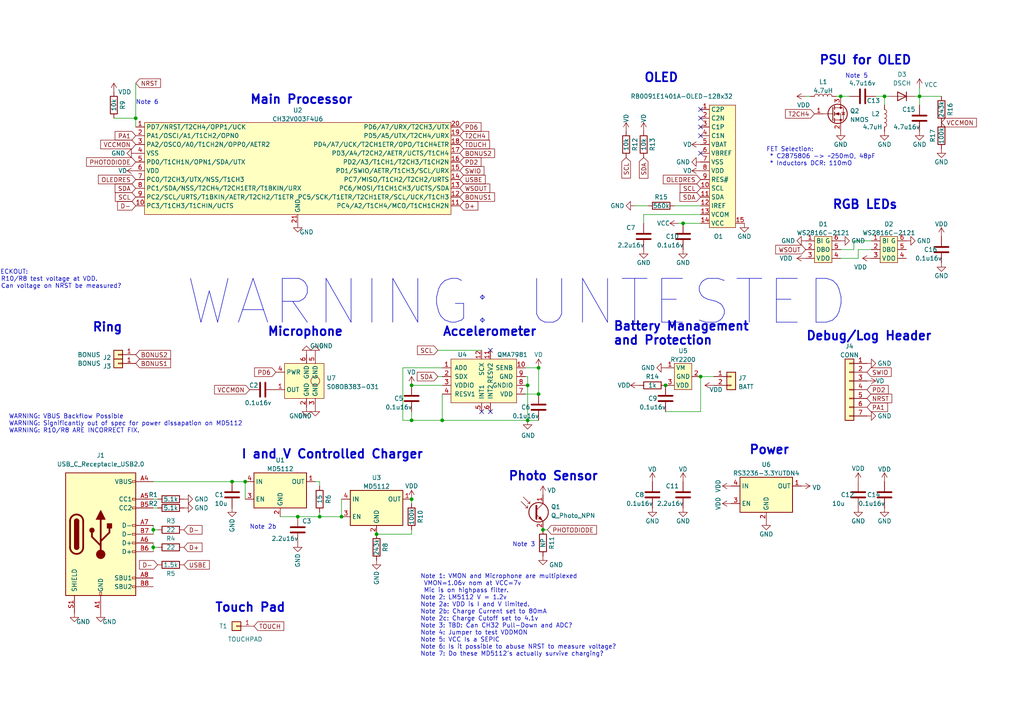
<source format=kicad_sch>
(kicad_sch (version 20211123) (generator eeschema)
  (paper "A4")
  (lib_symbols
    (symbol "CH32V003F4U6:CH32V003F4U6"
      (property "Reference" "U" (at 0 0 0))
      (property "Value" "CH32V003F4U6" (at 0 3.81 0))
      (symbol "CH32V003F4U6_1_1"
        (pin bidirectional line (at -46.99 11.43 0) (length 2.54) (name "PD7/NRST/T2CH4/OPP1/UCK") (number "1"))
        (pin bidirectional line (at -46.99 -11.43 0) (length 2.54) (name "PC3/T1CH3/T1CHIN/UCTS") (number "10"))
        (pin bidirectional line (at 46.99 -11.43 180) (length 2.54) (name "PC4/A2/T1CH4/MCO/T1CH1CH2N") (number "11"))
        (pin bidirectional line (at 46.99 -8.89 180) (length 2.54) (name "PC5/SCK/T1ETR/T2CH1ETR/SCL/UCK/T1CH3") (number "12"))
        (pin bidirectional line (at 46.99 -6.35 180) (length 2.54) (name "PC6/MOSI/T1CH1CH3/UCTS/SDA") (number "13"))
        (pin bidirectional line (at 46.99 -3.81 180) (length 2.54) (name "PC7/MISO/T1CH2/T2CH2/URTS") (number "14"))
        (pin bidirectional line (at 46.99 -1.27 180) (length 2.54) (name "PD1/SWIO/AETR/T1CH3/SCL/URX") (number "15"))
        (pin bidirectional line (at 46.99 1.27 180) (length 2.54) (name "PD2/A3/T1CH1/T2CH3/T1CH2N") (number "16"))
        (pin bidirectional line (at 46.99 3.81 180) (length 2.54) (name "PD3/A4/T2CH2/AETR/UCTS/T1CH4") (number "17"))
        (pin bidirectional line (at 46.99 6.35 180) (length 2.54) (name "PD4/A7/UCK/T2CH1ETR/OPO/T1CH4ETR") (number "18"))
        (pin bidirectional line (at 46.99 8.89 180) (length 2.54) (name "PD5/A5/UTX/T2CH4/URX") (number "19"))
        (pin bidirectional line (at -46.99 8.89 0) (length 2.54) (name "PA1/OSCI/A1/T1CH2/OPN0") (number "2"))
        (pin bidirectional line (at 46.99 11.43 180) (length 2.54) (name "PD6/A7/URX/T2CH3/UTX") (number "20"))
        (pin bidirectional line (at 0 -16.51 90) (length 2.54) (name "GND") (number "21"))
        (pin bidirectional line (at -46.99 6.35 0) (length 2.54) (name "PA2/OSCO/A0/T1CH2N/OPP0/AETR2") (number "3"))
        (pin bidirectional line (at -46.99 3.81 0) (length 2.54) (name "VSS") (number "4"))
        (pin bidirectional line (at -46.99 1.27 0) (length 2.54) (name "PD0/T1CH1N/OPN1/SDA/UTX") (number "5"))
        (pin bidirectional line (at -46.99 -1.27 0) (length 2.54) (name "VDD") (number "6"))
        (pin bidirectional line (at -46.99 -3.81 0) (length 2.54) (name "PC0/T2CH3/UTX/NSS/T1CH3") (number "7"))
        (pin bidirectional line (at -46.99 -6.35 0) (length 2.54) (name "PC1/SDA/NSS/T2CH4/T2CH1ETR/T1BKIN/URX") (number "8"))
        (pin bidirectional line (at -46.99 -8.89 0) (length 2.54) (name "PC2/SCL/URTS/T1BKIN/AETR/T2CH2/T1ETR") (number "9"))
      )
    )
    (symbol "Connector:USB_C_Receptacle_USB2.0" (pin_names (offset 1.016))
      (property "Reference" "J" (at -10.16 19.05 0))
      (property "Value" "USB_C_Receptacle_USB2.0" (at 19.05 19.05 0))
      (symbol "USB_C_Receptacle_USB2.0_1_1"
        (pin passive line (at 0 -22.86 90) (length 5.08) (name "GND") (number "A1"))
        (pin passive line (at 0 -22.86 90) (length 5.08) hide (name "GND") (number "A12"))
        (pin passive line (at 15.24 15.24 180) (length 5.08) (name "VBUS") (number "A4"))
        (pin bidirectional line (at 15.24 10.16 180) (length 5.08) (name "CC1") (number "A5"))
        (pin bidirectional line (at 15.24 -2.54 180) (length 5.08) (name "D+") (number "A6"))
        (pin bidirectional line (at 15.24 2.54 180) (length 5.08) (name "D-") (number "A7"))
        (pin bidirectional line (at 15.24 -12.7 180) (length 5.08) (name "SBU1") (number "A8"))
        (pin passive line (at 15.24 15.24 180) (length 5.08) hide (name "VBUS") (number "A9"))
        (pin passive line (at 0 -22.86 90) (length 5.08) hide (name "GND") (number "B1"))
        (pin passive line (at 0 -22.86 90) (length 5.08) hide (name "GND") (number "B12"))
        (pin passive line (at 15.24 15.24 180) (length 5.08) hide (name "VBUS") (number "B4"))
        (pin bidirectional line (at 15.24 7.62 180) (length 5.08) (name "CC2") (number "B5"))
        (pin bidirectional line (at 15.24 -5.08 180) (length 5.08) (name "D+") (number "B6"))
        (pin bidirectional line (at 15.24 0 180) (length 5.08) (name "D-") (number "B7"))
        (pin bidirectional line (at 15.24 -15.24 180) (length 5.08) (name "SBU2") (number "B8"))
        (pin passive line (at 15.24 15.24 180) (length 5.08) hide (name "VBUS") (number "B9"))
        (pin passive line (at -7.62 -22.86 90) (length 5.08) (name "SHIELD") (number "S1"))
      )
    )
    (symbol "Connector_Generic:Conn_01x01" (pin_names (offset 1.016) hide)
      (property "Reference" "J" (at 0 2.54 0))
      (property "Value" "Conn_01x01" (at 0 -2.54 0))
      (symbol "Conn_01x01_1_1"
        (pin passive line (at -5.08 0 0) (length 3.81) (name "Pin_1") (number "1"))
      )
    )
    (symbol "Connector_Generic:Conn_01x02" (pin_names (offset 1.016) hide)
      (property "Reference" "J" (at 0 2.54 0))
      (property "Value" "Conn_01x02" (at 0 -5.08 0))
      (symbol "Conn_01x02_1_1"
        (pin passive line (at -5.08 0 0) (length 3.81) (name "Pin_1") (number "1"))
        (pin passive line (at -5.08 -2.54 0) (length 3.81) (name "Pin_2") (number "2"))
      )
    )
    (symbol "Connector_Generic:Conn_01x07" (pin_names (offset 1.016) hide)
      (property "Reference" "J" (at 0 10.16 0))
      (property "Value" "Conn_01x07" (at 0 -10.16 0))
      (symbol "Conn_01x07_1_1"
        (pin passive line (at -5.08 7.62 0) (length 3.81) (name "Pin_1") (number "1"))
        (pin passive line (at -5.08 5.08 0) (length 3.81) (name "Pin_2") (number "2"))
        (pin passive line (at -5.08 2.54 0) (length 3.81) (name "Pin_3") (number "3"))
        (pin passive line (at -5.08 0 0) (length 3.81) (name "Pin_4") (number "4"))
        (pin passive line (at -5.08 -2.54 0) (length 3.81) (name "Pin_5") (number "5"))
        (pin passive line (at -5.08 -5.08 0) (length 3.81) (name "Pin_6") (number "6"))
        (pin passive line (at -5.08 -7.62 0) (length 3.81) (name "Pin_7") (number "7"))
      )
    )
    (symbol "Device:C" (pin_numbers hide) (pin_names (offset 0.254))
      (property "Reference" "C" (at 0.635 2.54 0))
      (property "Value" "C" (at 0.635 -2.54 0))
      (symbol "C_1_1"
        (pin passive line (at 0 3.81 270) (length 2.794) (name "~") (number "1"))
        (pin passive line (at 0 -3.81 90) (length 2.794) (name "~") (number "2"))
      )
    )
    (symbol "Device:D" (pin_numbers hide) (pin_names (offset 1.016) hide)
      (property "Reference" "D" (at 0 2.54 0))
      (property "Value" "D" (at 0 -2.54 0))
      (symbol "D_1_1"
        (pin passive line (at -3.81 0 0) (length 2.54) (name "K") (number "1"))
        (pin passive line (at 3.81 0 180) (length 2.54) (name "A") (number "2"))
      )
    )
    (symbol "Device:L" (pin_numbers hide) (pin_names (offset 1.016) hide)
      (property "Reference" "L" (at -1.27 0 90))
      (property "Value" "L" (at 1.905 0 90))
      (symbol "L_1_1"
        (pin passive line (at 0 3.81 270) (length 1.27) (name "1") (number "1"))
        (pin passive line (at 0 -3.81 90) (length 1.27) (name "2") (number "2"))
      )
    )
    (symbol "Device:Q_NMOS_GSD" (pin_names (offset 0) hide)
      (property "Reference" "Q" (at 5.08 1.27 0))
      (property "Value" "Q_NMOS_GSD" (at 5.08 -1.27 0))
      (symbol "Q_NMOS_GSD_1_1"
        (pin input line (at -5.08 0 0) (length 2.54) (name "G") (number "1"))
        (pin passive line (at 2.54 -5.08 90) (length 2.54) (name "S") (number "2"))
        (pin passive line (at 2.54 5.08 270) (length 2.54) (name "D") (number "3"))
      )
    )
    (symbol "Device:Q_Photo_NPN" (pin_names (offset 0) hide)
      (property "Reference" "Q" (at 5.08 1.27 0))
      (property "Value" "Q_Photo_NPN" (at 5.08 -1.27 0))
      (symbol "Q_Photo_NPN_1_1"
        (pin passive line (at 2.54 5.08 270) (length 2.54) (name "C") (number "1"))
        (pin passive line (at 2.54 -5.08 90) (length 2.54) (name "E") (number "2"))
      )
    )
    (symbol "Device:R" (pin_numbers hide) (pin_names (offset 0))
      (property "Reference" "R" (at 2.032 0 90))
      (property "Value" "R" (at 0 0 90))
      (symbol "R_1_1"
        (pin passive line (at 0 3.81 270) (length 1.27) (name "~") (number "1"))
        (pin passive line (at 0 -3.81 90) (length 1.27) (name "~") (number "2"))
      )
    )
    (symbol "GOERTEK-S08OB383-031-MemsMic:S08OB383-031"
      (property "Reference" "U" (at 0 -1.27 0))
      (property "Value" "S08OB383-031" (at 0 -8.89 0))
      (symbol "S08OB383-031_1_1"
        (pin bidirectional line (at -2.54 6.35 270) (length 2.54) (name "OUT") (number "1"))
        (pin bidirectional line (at -7.62 -2.54 0) (length 2.54) (name "GND") (number "2"))
        (pin bidirectional line (at -7.62 -5.08 0) (length 2.54) (name "GND") (number "3"))
        (pin bidirectional line (at 2.54 6.35 270) (length 2.54) (name "PWR") (number "4"))
        (pin bidirectional line (at 7.62 -5.08 180) (length 2.54) (name "GND") (number "5"))
        (pin bidirectional line (at 7.62 -2.54 180) (length 2.54) (name "GND") (number "6"))
      )
    )
    (symbol "RB0091E1401A-OLED-128x32:RB0091E1401A-OLED-128x32"
      (property "Reference" "U" (at -1.27 -21.59 0))
      (property "Value" "RB0091E1401A-OLED-128x32" (at 0 16.51 0))
      (symbol "RB0091E1401A-OLED-128x32_1_1"
        (pin input line (at -6.35 13.97 0) (length 2.54) (name "C2P") (number "1"))
        (pin input line (at -6.35 -8.89 0) (length 2.54) (name "SCL") (number "10"))
        (pin input line (at -6.35 -11.43 0) (length 2.54) (name "SDA") (number "11"))
        (pin input line (at -6.35 -13.97 0) (length 2.54) (name "IREF") (number "12"))
        (pin input line (at -6.35 -16.51 0) (length 2.54) (name "VCOM") (number "13"))
        (pin input line (at -6.35 -19.05 0) (length 2.54) (name "VCC") (number "14"))
        (pin input line (at 6.35 -19.05 180) (length 2.54) (name "~") (number "15"))
        (pin input line (at -6.35 11.43 0) (length 2.54) (name "C2N") (number "2"))
        (pin input line (at -6.35 8.89 0) (length 2.54) (name "C1P") (number "3"))
        (pin input line (at -6.35 6.35 0) (length 2.54) (name "C1N") (number "4"))
        (pin input line (at -6.35 3.81 0) (length 2.54) (name "VBAT") (number "5"))
        (pin input line (at -6.35 1.27 0) (length 2.54) (name "VBREF") (number "6"))
        (pin input line (at -6.35 -1.27 0) (length 2.54) (name "VSS") (number "7"))
        (pin input line (at -6.35 -3.81 0) (length 2.54) (name "VDD") (number "8"))
        (pin input line (at -6.35 -6.35 0) (length 2.54) (name "RES#") (number "9"))
      )
    )
    (symbol "RY2200-BatteryProtection:RY2200-BatteryProtection"
      (property "Reference" "U" (at 0 5.08 0))
      (property "Value" "RY2200-BatteryProtection" (at 0 -5.08 0))
      (symbol "RY2200-BatteryProtection_1_1"
        (pin input line (at -5.08 2.54 0) (length 2.54) (name "VM") (number "1"))
        (pin input line (at 5.08 0 180) (length 2.54) (name "GND") (number "2"))
        (pin input line (at -5.08 -2.54 0) (length 2.54) (name "VDD") (number "3"))
      )
    )
    (symbol "Regulator_Linear:NCP115AMX250TCG"
      (property "Reference" "U" (at 2.54 10.16 0))
      (property "Value" "NCP115AMX250TCG" (at 10.16 7.62 0))
      (symbol "NCP115AMX250TCG_1_1"
        (pin power_out line (at 10.16 2.54 180) (length 2.54) (name "OUT") (number "1"))
        (pin power_in line (at 0 -7.62 90) (length 2.54) (name "GND") (number "2"))
        (pin input line (at -10.16 -2.54 0) (length 2.54) (name "EN") (number "3"))
        (pin power_in line (at -10.16 2.54 0) (length 2.54) (name "IN") (number "4"))
        (pin passive line (at 0 -7.62 90) (length 2.54) hide (name "GND") (number "5"))
      )
    )
    (symbol "Swadge_Parts:GND" (power) (pin_names (offset 0))
      (property "Value" "GND" (at 0 -3.81 0))
      (symbol "GND_1_1"
        (pin power_in line (at 0 0 270) (length 0) hide (name "GND") (number "1"))
      )
    )
    (symbol "Swadge_Parts:QMA7981" (pin_names (offset 1.016))
      (property "Reference" "U" (at 5.08 7.62 0))
      (property "Value" "QMA7981" (at -7.62 7.62 0))
      (symbol "QMA7981_1_1"
        (pin input line (at -12.7 3.81 0) (length 2.54) (name "AD0") (number "1"))
        (pin input line (at 11.43 3.81 180) (length 2.54) (name "SENB") (number "10"))
        (pin input line (at 1.27 8.89 270) (length 2.54) (name "RESV2") (number "11"))
        (pin input line (at -1.27 8.89 270) (length 2.54) (name "SCX") (number "12"))
        (pin input line (at -12.7 1.27 0) (length 2.54) (name "SDX") (number "2"))
        (pin input line (at -12.7 -1.27 0) (length 2.54) (name "VDDIO") (number "3"))
        (pin input line (at -12.7 -3.81 0) (length 2.54) (name "RESV1") (number "4"))
        (pin input line (at -1.27 -8.89 90) (length 2.54) (name "INT1") (number "5"))
        (pin input line (at 1.27 -8.89 90) (length 2.54) (name "INT2") (number "6"))
        (pin input line (at 11.43 -3.81 180) (length 2.54) (name "VDD") (number "7"))
        (pin input line (at 11.43 -1.27 180) (length 2.54) (name "GNDIO") (number "8"))
        (pin input line (at 11.43 1.27 180) (length 2.54) (name "GND") (number "9"))
      )
    )
    (symbol "WS2816C:WS2816C-2121"
      (property "Reference" "D?" (at 0 8.89 0))
      (property "Value" "WS2816C-2121" (at 0 6.35 0))
      (symbol "WS2816C-2121_1_1"
        (pin input line (at -5.08 2.54 0) (length 2.54) (name "BI") (number "1"))
        (pin input line (at -5.08 0 0) (length 2.54) (name "DI") (number "2"))
        (pin power_in line (at -5.08 -2.54 0) (length 2.54) (name "V") (number "3"))
        (pin output line (at 5.08 -2.54 180) (length 2.54) (name "DO") (number "4"))
        (pin output line (at 5.08 0 180) (length 2.54) (name "BO") (number "5"))
        (pin power_in line (at 5.08 2.54 180) (length 2.54) (name "G") (number "6"))
      )
    )
    (symbol "power:GND" (power) (pin_names (offset 0))
      (property "Value" "GND" (at 0 -3.81 0))
      (symbol "GND_1_1"
        (pin power_in line (at 0 0 270) (length 0) hide (name "GND") (number "1"))
      )
    )
    (symbol "power:VCC" (power) (pin_names (offset 0))
      (property "Value" "VCC" (at 0 3.81 0))
      (symbol "VCC_1_1"
        (pin power_in line (at 0 0 90) (length 0) hide (name "VCC") (number "1"))
      )
    )
    (symbol "power:VD" (power) (pin_names (offset 0))
      (property "Value" "VD" (at 0 3.81 0))
      (symbol "VD_1_1"
        (pin power_in line (at 0 0 90) (length 0) hide (name "VD") (number "1"))
      )
    )
    (symbol "power:VDD" (power) (pin_names (offset 0))
      (property "Value" "VDD" (at 0 3.81 0))
      (symbol "VDD_1_1"
        (pin power_in line (at 0 0 90) (length 0) hide (name "VDD") (number "1"))
      )
    )
  )
  (junction (at 266.7 27.94))
  (junction (at 92.71 149.86))
  (junction (at 203.2 109.22))
  (junction (at 153.035 111.76))
  (junction (at 256.54 27.94))
  (junction (at 119.38 111.76))
  (junction (at 198.12 64.77))
  (junction (at 44.45 153.67))
  (junction (at 243.84 27.94))
  (junction (at 109.22 154.94))
  (junction (at 156.21 114.3))
  (junction (at 119.38 144.78))
  (junction (at 39.37 34.29))
  (junction (at 44.45 158.75))
  (junction (at 119.38 121.92))
  (junction (at 86.36 149.86))
  (junction (at 153.035 121.92))
  (junction (at 128.27 121.92))
  (junction (at 156.21 106.68))
  (junction (at 193.04 111.76))
  (junction (at 67.31 139.7))
  (junction (at 71.12 139.7))
  (junction (at 99.06 149.86))
  (junction (at 157.48 153.67))
  (no_connect (at 142.24 119.38))
  (no_connect (at 142.24 101.6))
  (no_connect (at 139.7 119.38))
  (no_connect (at 203.2 44.45))
  (no_connect (at 203.2 31.75))
  (no_connect (at 203.2 36.83))
  (no_connect (at 203.2 39.37))
  (no_connect (at 203.2 34.29))
  (wire (pts (xy 92.71 139.7) (xy 91.44 139.7)))
  (wire (pts (xy 128.27 106.68) (xy 116.84 106.68)))
  (wire (pts (xy 158.75 153.67) (xy 157.48 153.67)))
  (wire (pts (xy 119.38 111.76) (xy 128.27 111.76)))
  (wire (pts (xy 203.2 109.22) (xy 207.01 109.22)))
  (wire (pts (xy 152.4 114.3) (xy 156.21 114.3)))
  (wire (pts (xy 186.69 62.23) (xy 186.69 64.77)))
  (wire (pts (xy 242.57 27.94) (xy 243.84 27.94)))
  (wire (pts (xy 71.12 139.7) (xy 71.12 144.78)))
  (wire (pts (xy 33.02 34.29) (xy 39.37 34.29)))
  (wire (pts (xy 233.68 27.94) (xy 234.95 27.94)))
  (wire (pts (xy 256.54 27.94) (xy 256.54 30.48)))
  (wire (pts (xy 184.15 59.69) (xy 187.96 59.69)))
  (wire (pts (xy 265.43 27.94) (xy 266.7 27.94)))
  (wire (pts (xy 186.69 62.23) (xy 203.2 62.23)))
  (wire (pts (xy 153.035 111.76) (xy 153.035 121.92)))
  (wire (pts (xy 195.58 59.69) (xy 203.2 59.69)))
  (wire (pts (xy 152.4 106.68) (xy 156.21 106.68)))
  (wire (pts (xy 266.7 30.48) (xy 266.7 27.94)))
  (wire (pts (xy 243.84 27.94) (xy 246.38 27.94)))
  (wire (pts (xy 92.71 140.97) (xy 92.71 139.7)))
  (wire (pts (xy 92.71 149.86) (xy 99.06 149.86)))
  (wire (pts (xy 44.45 153.67) (xy 45.72 153.67)))
  (wire (pts (xy 44.45 144.78) (xy 45.72 144.78)))
  (wire (pts (xy 153.035 121.92) (xy 156.21 121.92)))
  (wire (pts (xy 67.31 139.7) (xy 71.12 139.7)))
  (wire (pts (xy 203.2 119.38) (xy 203.2 109.22)))
  (wire (pts (xy 248.92 74.93) (xy 248.92 72.39)))
  (wire (pts (xy 247.65 69.85) (xy 252.73 69.85)))
  (wire (pts (xy 119.38 154.94) (xy 119.38 153.67)))
  (wire (pts (xy 127 101.6) (xy 139.7 101.6)))
  (wire (pts (xy 39.37 24.13) (xy 39.37 34.29)))
  (wire (pts (xy 44.45 153.67) (xy 44.45 154.94)))
  (wire (pts (xy 116.84 121.92) (xy 119.38 121.92)))
  (wire (pts (xy 254 27.94) (xy 256.54 27.94)))
  (wire (pts (xy 44.45 152.4) (xy 44.45 153.67)))
  (wire (pts (xy 128.27 121.92) (xy 153.035 121.92)))
  (wire (pts (xy 92.71 148.59) (xy 92.71 149.86)))
  (wire (pts (xy 243.84 72.39) (xy 247.65 72.39)))
  (wire (pts (xy 44.45 147.32) (xy 45.72 147.32)))
  (wire (pts (xy 119.38 119.38) (xy 119.38 121.92)))
  (wire (pts (xy 109.22 154.94) (xy 119.38 154.94)))
  (wire (pts (xy 44.45 158.75) (xy 44.45 160.02)))
  (wire (pts (xy 86.36 149.86) (xy 92.71 149.86)))
  (wire (pts (xy 193.04 119.38) (xy 203.2 119.38)))
  (wire (pts (xy 128.27 114.3) (xy 128.27 121.92)))
  (wire (pts (xy 81.28 149.86) (xy 86.36 149.86)))
  (wire (pts (xy 198.12 64.77) (xy 203.2 64.77)))
  (wire (pts (xy 243.84 74.93) (xy 248.92 74.93)))
  (wire (pts (xy 196.85 64.77) (xy 198.12 64.77)))
  (wire (pts (xy 152.4 109.22) (xy 153.035 109.22)))
  (wire (pts (xy 152.4 111.76) (xy 153.035 111.76)))
  (wire (pts (xy 119.38 121.92) (xy 128.27 121.92)))
  (wire (pts (xy 247.65 72.39) (xy 247.65 69.85)))
  (wire (pts (xy 248.92 72.39) (xy 252.73 72.39)))
  (wire (pts (xy 153.035 109.22) (xy 153.035 111.76)))
  (wire (pts (xy 99.06 144.78) (xy 99.06 149.86)))
  (wire (pts (xy 44.45 158.75) (xy 45.72 158.75)))
  (wire (pts (xy 116.84 106.68) (xy 116.84 121.92)))
  (wire (pts (xy 44.45 139.7) (xy 67.31 139.7)))
  (wire (pts (xy 156.21 106.68) (xy 156.21 114.3)))
  (wire (pts (xy 127 109.22) (xy 128.27 109.22)))
  (wire (pts (xy 44.45 157.48) (xy 44.45 158.75)))
  (wire (pts (xy 119.38 146.05) (xy 119.38 144.78)))
  (wire (pts (xy 266.7 27.94) (xy 273.05 27.94)))
  (wire (pts (xy 257.81 27.94) (xy 256.54 27.94)))
  (wire (pts (xy 266.7 25.4) (xy 266.7 27.94)))
  (wire (pts (xy 39.37 34.29) (xy 39.37 36.83)))
  (text "Accelerometer" (at 128.27 97.79 0) (effects (font (size 2.54 2.54) (thickness 0.508) bold) (justify left bottom)))
  (text "Note 5" (at 245.11 22.86 0) (effects (font (size 1.27 1.27)) (justify left bottom)))
  (text "Ring" (at 26.67 96.52 0) (effects (font (size 2.54 2.54) (thickness 0.508) bold) (justify left bottom)))
  (text "Microphone" (at 77.47 97.79 0) (effects (font (size 2.54 2.54) (thickness 0.508) bold) (justify left bottom)))
  (text "Note 3" (at 148.59 158.75 0) (effects (font (size 1.27 1.27)) (justify left bottom)))
  (text "WARNING: UNTESTED" (at 53.34 95.25 0) (effects (font (size 12.7 12.7)) (justify left bottom)))
  (text "RGB LEDs" (at 241.3 60.96 0) (effects (font (size 2.54 2.54) (thickness 0.508) bold) (justify left bottom)))
  (text "Battery Management\nand Protection" (at 177.8 100.33 0) (effects (font (size 2.54 2.54) (thickness 0.508) bold) (justify left bottom)))
  (text "PSU for OLED" (at 237.49 19.05 0) (effects (font (size 2.54 2.54) (thickness 0.508) bold) (justify left bottom)))
  (text "Debug/Log Header" (at 233.68 99.06 0) (effects (font (size 2.54 2.54) (thickness 0.508) bold) (justify left bottom)))
  (text "OLED" (at 186.69 24.13 0) (effects (font (size 2.54 2.54) (thickness 0.508) bold) (justify left bottom)))
  (text "FET Selection:\n * C2875806 -> ~250mO, 48pF\n * Inductors DCR: 110mO" (at 222.25 48.26 0) (effects (font (size 1.27 1.27)) (justify left bottom)))
  (text "Main Processor" (at 72.39 30.48 0) (effects (font (size 2.54 2.54) (thickness 0.508) bold) (justify left bottom)))
  (text "Power" (at 217.17 132.08 0) (effects (font (size 2.54 2.54) (thickness 0.508) bold) (justify left bottom)))
  (text "I and V Controlled Charger" (at 69.85 133.35 0) (effects (font (size 2.54 2.54) (thickness 0.508) bold) (justify left bottom)))
  (text "Note 2b" (at 72.39 153.67 0) (effects (font (size 1.27 1.27)) (justify left bottom)))
  (text "Photo Sensor" (at 147.32 139.7 0) (effects (font (size 2.54 2.54) (thickness 0.508) bold) (justify left bottom)))
  (text "Note 6" (at 39.37 30.48 0) (effects (font (size 1.27 1.27)) (justify left bottom)))
  (text "CHECKOUT: \n1. R10/R8 test voltage at VDD.\n2. Can voltage on NRST be measured?" (at -2.54 83.82 0) (effects (font (size 1.27 1.27)) (justify left bottom)))
  (text "Note 1: VMON and Microphone are multiplexed\n VMON=1.06v nom at VCC=7v\n Mic is on highpass filter.\nNote 2: LM5112 V = 1.2v\nNote 2a: VDD is I and V limited.\nNote 2b: Charge Current set to 80mA\nNote 2c: Charge Cutoff set to 4.1v\nNote 3: TBD: Can CH32 Pull-Down and ADC?\nNote 4: Jumper to test VDDMON\nNote 5: VCC Is a SEPIC\nNote 6: Is it possible to abuse NRST to measure voltage?\nNote 7: Do these MD5112's actually survive charging?" (at 121.92 190.5 0) (effects (font (size 1.27 1.27)) (justify left bottom)))
  (text "WARNING: VBUS Backflow Possible\nWARNING: Significantly out of spec for power dissapation on MD5112\nWARNING: R10/R8 ARE INCORRECT FIX." (at 2.54 125.73 0) (effects (font (size 1.27 1.27)) (justify left bottom)))
  (text "Touch Pad" (at 62.23 177.8 0) (effects (font (size 2.54 2.54) (thickness 0.508) bold) (justify left bottom)))
  (global_label "D-" (shape input) (at 39.37 59.69 180) (property "Intersheet References" "${INTERSHEET_REFS}" (effects hide)))
  (global_label "VCCMON" (shape input) (at 273.05 35.56 0) (property "Intersheet References" "${INTERSHEET_REFS}" (effects hide)))
  (global_label "OLEDRES" (shape input) (at 39.37 52.07 180) (property "Intersheet References" "${INTERSHEET_REFS}" (effects hide)))
  (global_label "PA1" (shape input) (at 39.37 39.37 180) (property "Intersheet References" "${INTERSHEET_REFS}" (effects hide)))
  (global_label "PHOTODIODE" (shape input) (at 158.75 153.67 0) (property "Intersheet References" "${INTERSHEET_REFS}" (effects hide)))
  (global_label "BONUS2" (shape input) (at 39.37 102.87 0) (property "Intersheet References" "${INTERSHEET_REFS}" (effects hide)))
  (global_label "SDA" (shape input) (at 186.69 45.72 270) (property "Intersheet References" "${INTERSHEET_REFS}" (effects hide)))
  (global_label "VCCMON" (shape input) (at 39.37 41.91 180) (property "Intersheet References" "${INTERSHEET_REFS}" (effects hide)))
  (global_label "OLEDRES" (shape input) (at 203.2 52.07 180) (property "Intersheet References" "${INTERSHEET_REFS}" (effects hide)))
  (global_label "BONUS2" (shape input) (at 133.35 44.45 0) (property "Intersheet References" "${INTERSHEET_REFS}" (effects hide)))
  (global_label "T2CH4" (shape input) (at 236.22 33.02 180) (property "Intersheet References" "${INTERSHEET_REFS}" (effects hide)))
  (global_label "NRST" (shape input) (at 39.37 24.13 0) (property "Intersheet References" "${INTERSHEET_REFS}" (effects hide)))
  (global_label "BONUS1" (shape input) (at 133.35 57.15 0) (property "Intersheet References" "${INTERSHEET_REFS}" (effects hide)))
  (global_label "SCL" (shape input) (at 203.2 54.61 180) (property "Intersheet References" "${INTERSHEET_REFS}" (effects hide)))
  (global_label "D+" (shape input) (at 133.35 59.69 0) (property "Intersheet References" "${INTERSHEET_REFS}" (effects hide)))
  (global_label "D-" (shape input) (at 53.34 153.67 0) (property "Intersheet References" "${INTERSHEET_REFS}" (effects hide)))
  (global_label "SWIO" (shape input) (at 251.46 107.95 0) (property "Intersheet References" "${INTERSHEET_REFS}" (effects hide)))
  (global_label "VCCMON" (shape input) (at 72.39 113.03 180) (property "Intersheet References" "${INTERSHEET_REFS}" (effects hide)))
  (global_label "D-" (shape input) (at 45.72 163.83 180) (property "Intersheet References" "${INTERSHEET_REFS}" (effects hide)))
  (global_label "PD6" (shape input) (at 133.35 36.83 0) (property "Intersheet References" "${INTERSHEET_REFS}" (effects hide)))
  (global_label "PA1" (shape input) (at 251.46 118.11 0) (property "Intersheet References" "${INTERSHEET_REFS}" (effects hide)))
  (global_label "PD2" (shape input) (at 251.46 113.03 0) (property "Intersheet References" "${INTERSHEET_REFS}" (effects hide)))
  (global_label "PD2" (shape input) (at 133.35 46.99 0) (property "Intersheet References" "${INTERSHEET_REFS}" (effects hide)))
  (global_label "SDA" (shape input) (at 127 109.22 180) (property "Intersheet References" "${INTERSHEET_REFS}" (effects hide)))
  (global_label "USBE" (shape input) (at 133.35 52.07 0) (property "Intersheet References" "${INTERSHEET_REFS}" (effects hide)))
  (global_label "NRST" (shape input) (at 251.46 115.57 0) (property "Intersheet References" "${INTERSHEET_REFS}" (effects hide)))
  (global_label "PHOTODIODE" (shape input) (at 39.37 46.99 180) (property "Intersheet References" "${INTERSHEET_REFS}" (effects hide)))
  (global_label "USBE" (shape input) (at 53.34 163.83 0) (property "Intersheet References" "${INTERSHEET_REFS}" (effects hide)))
  (global_label "SDA" (shape input) (at 203.2 57.15 180) (property "Intersheet References" "${INTERSHEET_REFS}" (effects hide)))
  (global_label "SWIO" (shape input) (at 133.35 49.53 0) (property "Intersheet References" "${INTERSHEET_REFS}" (effects hide)))
  (global_label "BONUS1" (shape input) (at 39.37 105.41 0) (property "Intersheet References" "${INTERSHEET_REFS}" (effects hide)))
  (global_label "SDA" (shape input) (at 39.37 54.61 180) (property "Intersheet References" "${INTERSHEET_REFS}" (effects hide)))
  (global_label "SCL" (shape input) (at 127 101.6 180) (property "Intersheet References" "${INTERSHEET_REFS}" (effects hide)))
  (global_label "T2CH4" (shape input) (at 133.35 39.37 0) (property "Intersheet References" "${INTERSHEET_REFS}" (effects hide)))
  (global_label "PD6" (shape input) (at 80.01 107.95 180) (property "Intersheet References" "${INTERSHEET_REFS}" (effects hide)))
  (global_label "TOUCH" (shape input) (at 73.66 181.61 0) (property "Intersheet References" "${INTERSHEET_REFS}" (effects hide)))
  (global_label "SCL" (shape input) (at 181.61 45.72 270) (property "Intersheet References" "${INTERSHEET_REFS}" (effects hide)))
  (global_label "WSOUT" (shape input) (at 233.68 72.39 180) (property "Intersheet References" "${INTERSHEET_REFS}" (effects hide)))
  (global_label "WSOUT" (shape input) (at 133.35 54.61 0) (property "Intersheet References" "${INTERSHEET_REFS}" (effects hide)))
  (global_label "SCL" (shape input) (at 39.37 57.15 180) (property "Intersheet References" "${INTERSHEET_REFS}" (effects hide)))
  (global_label "TOUCH" (shape input) (at 133.35 41.91 0) (property "Intersheet References" "${INTERSHEET_REFS}" (effects hide)))
  (global_label "D+" (shape input) (at 53.34 158.75 0) (property "Intersheet References" "${INTERSHEET_REFS}" (effects hide)))
  (symbol (lib_id "power:VD") (at 198.12 139.7 0) (unit 1)
    (property "Reference" "#PWR0130" (effects hide))
    (property "Value" "VD" (at 198.12 136.1242 0))
  )
  (symbol (lib_id "Device:D") (at 261.62 27.94 180) (unit 1)
    (property "Reference" "D3" (at 261.62 21.59 0))
    (property "Value" "DSCH" (at 261.62 24.13 0))
    (property "Footprint" "Diode_SMD:D_SOD-323F" (effects hide))
    (property "LCSC" "C255586" (effects hide))
  )
  (symbol (lib_id "Device:Q_NMOS_GSD") (at 241.3 33.02 0) (unit 1)
    (property "Reference" "Q2" (at 246.507 32.1853 0) (effects (justify left)))
    (property "Value" "NMOS" (at 246.507 34.7222 0) (effects (justify left)))
    (property "Footprint" "DFN-3L-1x0.6:DFN-3L-1x0.6" (effects hide))
    (property "LCSC" "C2875806" (effects hide))
  )
  (symbol (lib_id "power:VD") (at 189.23 139.7 0) (unit 1)
    (property "Reference" "#PWR0129" (effects hide))
    (property "Value" "VD" (at 189.23 136.1242 0))
  )
  (symbol (lib_id "power:GND") (at 29.21 177.8 0) (unit 1)
    (property "Reference" "#PWR0141" (effects hide))
    (property "Value" "GND" (at 31.75 180.34 0))
  )
  (symbol (lib_id "power:GND") (at 198.12 147.32 0) (unit 1)
    (property "Reference" "#PWR0131" (effects hide))
    (property "Value" "GND" (at 198.12 151.13 0))
  )
  (symbol (lib_id "Regulator_Linear:NCP115AMX250TCG") (at 222.25 143.51 0) (unit 1)
    (property "Reference" "U6" (at 222.25 134.7302 0))
    (property "Value" "RS3236-3.3YUTDN4" (at 222.25 137.2671 0))
    (property "Footprint" "xdfn_reg:xdfn-reg" (effects hide))
    (property "Datasheet" "https://www.onsemi.com/pub/Collateral/NCP115-D.PDF" (effects hide))
    (property "LCSC" "C379350" (effects hide))
  )
  (symbol (lib_id "power:GND") (at 193.04 106.68 270) (unit 1)
    (property "Reference" "#PWR0139" (effects hide))
    (property "Value" "GND" (at 187.96 106.68 90))
  )
  (symbol (lib_id "power:GND") (at 39.37 44.45 270) (unit 1)
    (property "Reference" "#PWR0152" (effects hide))
    (property "Value" "GND" (at 34.29 44.45 90))
  )
  (symbol (lib_id "RB0091E1401A-OLED-128x32:RB0091E1401A-OLED-128x32") (at 209.55 45.72 0) (unit 1)
    (property "Reference" "O1" (at 207.01 68.58 0) (effects (justify left)))
    (property "Value" "RB0091E1401A-OLED-128x32" (at 182.88 27.94 0) (effects (justify left)))
    (property "Footprint" "RB0091E1401A-OLED-128x32:RB0091E1401A-OLED-128x32_FLIP" (effects hide))
  )
  (symbol (lib_id "Device:C") (at 186.69 68.58 0) (unit 1)
    (property "Reference" "C7" (at 181.61 66.04 0) (effects (justify left)))
    (property "Value" "2.2u16v" (at 179.07 71.12 0) (effects (justify left)))
    (property "Footprint" "Capacitor_SMD:C_0402_1005Metric" (effects hide))
    (property "LCSC" "C385032" (effects hide))
  )
  (symbol (lib_id "Device:C") (at 256.54 143.51 0) (unit 1)
    (property "Reference" "C14" (at 251.46 143.51 0) (effects (justify left)))
    (property "Value" "0.1u16v" (at 248.92 146.05 0) (effects (justify left)))
    (property "Footprint" "Capacitor_SMD:C_0402_1005Metric" (effects hide))
    (property "LCSC" "C338032" (effects hide))
  )
  (symbol (lib_id "power:VDD") (at 212.09 146.05 90) (unit 1)
    (property "Reference" "#PWR0126" (effects hide))
    (property "Value" "VDD" (at 208.28 146.05 0))
  )
  (symbol (lib_id "power:GND") (at 262.89 69.85 90) (unit 1)
    (property "Reference" "#PWR0112" (effects hide))
    (property "Value" "GND" (at 267.97 69.85 90))
  )
  (symbol (lib_id "Device:R") (at 119.38 149.86 0) (unit 1)
    (property "Reference" "R10" (at 121.92 149.86 90))
    (property "Value" "100k" (at 119.38 149.86 90))
    (property "Footprint" "Resistor_SMD:R_0402_1005Metric" (effects hide))
    (property "LCSC" "C279979" (effects hide))
  )
  (symbol (lib_id "power:GND") (at 53.34 144.78 90) (unit 1)
    (property "Reference" "#PWR0144" (effects hide))
    (property "Value" "GND" (at 58.42 144.78 90))
  )
  (symbol (lib_id "power:GND") (at 215.9 64.77 0) (unit 1)
    (property "Reference" "#PWR0156" (effects hide))
    (property "Value" "GND" (at 215.9 68.58 0))
  )
  (symbol (lib_id "Device:R") (at 186.69 41.91 180) (unit 1)
    (property "Reference" "R13" (at 189.23 41.91 90))
    (property "Value" "10k" (at 186.69 41.91 90))
    (property "Footprint" "Resistor_SMD:R_0402_1005Metric" (effects hide))
    (property "LCSC" "C269674" (effects hide))
  )
  (symbol (lib_id "Device:C") (at 198.12 68.58 0) (unit 1)
    (property "Reference" "C10" (at 193.04 68.58 0) (effects (justify left)))
    (property "Value" "0.1u16v" (at 190.5 71.12 0) (effects (justify left)))
    (property "Footprint" "Capacitor_SMD:C_0402_1005Metric" (effects hide))
    (property "LCSC" "C338032" (effects hide))
  )
  (symbol (lib_id "Device:C") (at 198.12 143.51 0) (unit 1)
    (property "Reference" "C11" (at 193.04 140.97 0) (effects (justify left)))
    (property "Value" "2.2u16v" (at 190.5 146.05 0) (effects (justify left)))
    (property "Footprint" "Capacitor_SMD:C_0402_1005Metric" (effects hide))
    (property "LCSC" "C385032" (effects hide))
  )
  (symbol (lib_id "Device:C") (at 86.36 153.67 0) (unit 1)
    (property "Reference" "C3" (at 87.63 151.13 0) (effects (justify left)))
    (property "Value" "2.2u16v" (at 78.74 156.21 0) (effects (justify left)))
    (property "Footprint" "Capacitor_SMD:C_0402_1005Metric" (effects hide))
    (property "LCSC" "C385032" (effects hide))
  )
  (symbol (lib_id "Device:R") (at 49.53 144.78 270) (unit 1)
    (property "Reference" "R1" (at 44.45 143.51 90))
    (property "Value" "5.1k" (at 49.53 144.78 90))
    (property "Footprint" "Resistor_SMD:R_0402_1005Metric" (effects hide))
    (property "LCSC" "C114759" (effects hide))
  )
  (symbol (lib_id "power:VD") (at 251.46 110.49 270) (unit 1)
    (property "Reference" "#PWR0125" (effects hide))
    (property "Value" "VD" (at 256.54 110.49 90) (effects (justify right)))
  )
  (symbol (lib_id "power:VD") (at 203.2 49.53 90) (unit 1)
    (property "Reference" "#PWR0118" (effects hide))
    (property "Value" "VD" (at 198.12 49.53 90) (effects (justify right)))
  )
  (symbol (lib_id "power:VDD") (at 252.73 74.93 90) (unit 1)
    (property "Reference" "#PWR0109" (effects hide))
    (property "Value" "VDD" (at 247.65 77.47 90) (effects (justify right)))
  )
  (symbol (lib_id "power:VD") (at 232.41 140.97 270) (unit 1)
    (property "Reference" "#PWR0134" (effects hide))
    (property "Value" "VD" (at 235.585 141.4038 90) (effects (justify left)))
  )
  (symbol (lib_id "Connector:USB_C_Receptacle_USB2.0") (at 29.21 154.94 0) (unit 1)
    (property "Reference" "J1" (at 29.21 132.08 0))
    (property "Value" "USB_C_Receptacle_USB2.0" (at 29.21 134.62 0))
    (property "Footprint" "Connector_USB:USB_C_Receptacle_HRO_TYPE-C-31-M-12" (effects hide))
    (property "Datasheet" "https://www.usb.org/sites/default/files/documents/usb_type-c.zip" (effects hide))
    (property "LCSC" "C2765186" (effects hide))
  )
  (symbol (lib_id "RY2200-BatteryProtection:RY2200-BatteryProtection") (at 198.12 109.22 0) (unit 1)
    (property "Reference" "U5" (at 198.12 101.761 0))
    (property "Value" "RY2200" (at 198.12 104.2979 0))
    (property "Footprint" "Package_TO_SOT_SMD:SOT-23" (effects hide))
    (property "LCSC" "RY2200" (effects hide))
  )
  (symbol (lib_id "power:VDD") (at 233.68 74.93 90) (unit 1)
    (property "Reference" "#PWR0111" (effects hide))
    (property "Value" "VDD" (at 226.06 74.93 90) (effects (justify right)))
  )
  (symbol (lib_id "Device:R") (at 273.05 39.37 0) (unit 1)
    (property "Reference" "R17" (at 270.51 39.37 90))
    (property "Value" "100k" (at 273.05 39.37 90))
    (property "Footprint" "Resistor_SMD:R_0402_1005Metric" (effects hide))
    (property "LCSC" "C279979" (effects hide))
  )
  (symbol (lib_id "power:VD") (at 157.48 143.51 0) (unit 1)
    (property "Reference" "#PWR0154" (effects hide))
    (property "Value" "VD" (at 161.29 142.24 0) (effects (justify right)))
  )
  (symbol (lib_id "power:VDD") (at 212.09 140.97 90) (unit 1)
    (property "Reference" "#PWR0128" (effects hide))
    (property "Value" "VDD" (at 208.28 140.97 0))
  )
  (symbol (lib_id "power:VDD") (at 185.42 111.76 90) (unit 1)
    (property "Reference" "#PWR0140" (effects hide))
    (property "Value" "VDD" (at 179.07 111.76 90) (effects (justify right)))
  )
  (symbol (lib_id "Device:R") (at 157.48 157.48 180) (unit 1)
    (property "Reference" "R11" (at 160.02 157.48 90))
    (property "Value" "NP" (at 157.48 157.48 90))
    (property "Footprint" "Resistor_SMD:R_0402_1005Metric" (effects hide))
  )
  (symbol (lib_id "power:GND") (at 91.44 118.11 0) (unit 1)
    (property "Reference" "#PWR0160" (effects hide))
    (property "Value" "GND" (at 86.36 120.65 0) (effects (justify left)))
  )
  (symbol (lib_id "CH32V003F4U6:CH32V003F4U6") (at 86.36 48.26 0) (unit 1)
    (property "Reference" "U2" (at 86.36 31.9872 0))
    (property "Value" "CH32V003F4U6" (at 86.36 34.5241 0))
    (property "Footprint" "Package_DFN_QFN:QFN-20-1EP_3x3mm_P0.4mm_EP1.65x1.65mm" (effects hide))
    (property "LCSC" "C5299908" (effects hide))
  )
  (symbol (lib_id "power:GND") (at 88.9 118.11 0) (unit 1)
    (property "Reference" "#PWR0146" (effects hide))
    (property "Value" "GND" (at 83.82 120.65 0) (effects (justify left)))
  )
  (symbol (lib_id "Device:C") (at 273.05 72.39 0) (unit 1)
    (property "Reference" "C16" (at 267.97 72.39 0) (effects (justify left)))
    (property "Value" "0.1u16v" (at 265.43 74.93 0) (effects (justify left)))
    (property "Footprint" "Capacitor_SMD:C_0402_1005Metric" (effects hide))
    (property "LCSC" "C338032" (effects hide))
  )
  (symbol (lib_id "Device:C") (at 119.38 115.57 0) (unit 1)
    (property "Reference" "C5" (at 114.3 115.57 0) (effects (justify left)))
    (property "Value" "0.1u16v" (at 111.76 118.11 0) (effects (justify left)))
    (property "Footprint" "Capacitor_SMD:C_0402_1005Metric" (effects hide))
    (property "LCSC" "C338032" (effects hide))
  )
  (symbol (lib_id "power:GND") (at 67.31 147.32 0) (unit 1)
    (property "Reference" "#PWR0145" (effects hide))
    (property "Value" "GND" (at 67.31 152.4 90))
  )
  (symbol (lib_id "Device:R") (at 189.23 111.76 270) (unit 1)
    (property "Reference" "R14" (at 189.23 109.22 90))
    (property "Value" "1k" (at 189.23 111.76 90))
    (property "Footprint" "Resistor_SMD:R_0402_1005Metric" (effects hide))
    (property "LCSC" "C279981" (effects hide))
  )
  (symbol (lib_id "power:GND") (at 266.7 38.1 0) (unit 1)
    (property "Reference" "#PWR0105" (effects hide))
    (property "Value" "GND" (at 266.7 41.91 0))
  )
  (symbol (lib_id "Device:C") (at 248.92 143.51 0) (unit 1)
    (property "Reference" "C12" (at 243.84 143.51 0) (effects (justify left)))
    (property "Value" "10u" (at 241.3 146.05 0) (effects (justify left)))
    (property "Footprint" "Capacitor_SMD:C_0402_1005Metric" (effects hide))
    (property "LCSC" "C315248" (effects hide))
  )
  (symbol (lib_id "Device:R") (at 33.02 30.48 180) (unit 1)
    (property "Reference" "R9" (at 35.56 30.48 90))
    (property "Value" "10k" (at 33.02 30.48 90))
    (property "Footprint" "Resistor_SMD:R_0402_1005Metric" (effects hide))
    (property "LCSC" "C269674" (effects hide))
  )
  (symbol (lib_id "power:GND") (at 198.12 72.39 0) (unit 1)
    (property "Reference" "#PWR0115" (effects hide))
    (property "Value" "GND" (at 198.12 76.2 0))
  )
  (symbol (lib_id "power:GND") (at 157.48 161.29 0) (unit 1)
    (property "Reference" "#PWR0155" (effects hide))
    (property "Value" "GND" (at 161.29 163.83 0))
  )
  (symbol (lib_id "Swadge_Parts:QMA7981") (at 140.97 110.49 0) (unit 1)
    (property "Reference" "U4" (at 132.715 102.87 0) (effects (justify left)))
    (property "Value" "QMA7981" (at 144.145 102.87 0) (effects (justify left)))
    (property "Footprint" "Swadge_Parts:QMA6981" (effects hide))
    (property "Datasheet" "https://datasheet.lcsc.com/szlcsc/2004281102_QST-QMA7981_C457290.pdf" (effects hide))
    (property "Cost100" "3082" (effects hide))
    (property "Substitutable" "N" (effects hide))
    (property "LCSC" "C457290" (effects hide))
  )
  (symbol (lib_id "Device:Q_Photo_NPN") (at 154.94 148.59 0) (unit 1)
    (property "Reference" "Q1" (at 159.7914 147.006 0) (effects (justify left)))
    (property "Value" "Q_Photo_NPN" (at 159.7914 149.5429 0) (effects (justify left)))
    (property "Footprint" "Diode_SMD:D_0805_2012Metric" (effects hide))
    (property "LCSC" "C100090" (effects hide))
  )
  (symbol (lib_id "Connector_Generic:Conn_01x01") (at 34.29 102.87 180) (unit 1)
    (property "Reference" "J2" (at 32.258 103.7047 0) (effects (justify left)))
    (property "Value" "BONUS" (at 29.1681 102.9118 0) (effects (justify left)))
    (property "Footprint" "MountingHole:MountingHole_2.2mm_M2_DIN965_Pad" (effects hide))
  )
  (symbol (lib_id "power:GND") (at 256.54 38.1 0) (unit 1)
    (property "Reference" "#PWR0103" (effects hide))
    (property "Value" "GND" (at 256.54 41.91 0))
  )
  (symbol (lib_id "Connector_Generic:Conn_01x02") (at 212.09 109.22 0) (unit 1)
    (property "Reference" "J7" (at 214.122 109.6553 0) (effects (justify left)))
    (property "Value" "BATT" (at 214.122 112.1922 0) (effects (justify left)))
    (property "Footprint" "Connector_Hirose:Hirose_DF13-02P-1.25DS_1x02_P1.25mm_Horizontal" (effects hide))
    (property "LCSC" "C145979" (effects hide))
  )
  (symbol (lib_id "Device:R") (at 109.22 158.75 180) (unit 1)
    (property "Reference" "R8" (at 111.76 158.75 90))
    (property "Value" "243k" (at 109.22 158.75 90))
    (property "Footprint" "Resistor_SMD:R_0402_1005Metric" (effects hide))
    (property "LCSC" "C43249" (effects hide))
  )
  (symbol (lib_id "power:GND") (at 203.2 46.99 270) (unit 1)
    (property "Reference" "#PWR0120" (effects hide))
    (property "Value" "GND" (at 198.12 46.99 90))
  )
  (symbol (lib_id "power:GND") (at 109.22 162.56 0) (unit 1)
    (property "Reference" "#PWR0158" (effects hide))
    (property "Value" "GND" (at 109.22 167.64 90))
  )
  (symbol (lib_id "power:VDD") (at 119.38 144.78 0) (unit 1)
    (property "Reference" "#PWR0148" (effects hide))
    (property "Value" "VDD" (at 119.38 140.97 0))
  )
  (symbol (lib_id "power:VCC") (at 266.7 25.4 0) (unit 1)
    (property "Reference" "#PWR0104" (effects hide))
    (property "Value" "VCC" (at 268.097 24.5638 0) (effects (justify left)))
  )
  (symbol (lib_id "power:GND") (at 86.36 64.77 0) (unit 1)
    (property "Reference" "#PWR0151" (effects hide))
    (property "Value" "GND" (at 88.9 67.31 0))
  )
  (symbol (lib_id "Device:R") (at 49.53 163.83 270) (unit 1)
    (property "Reference" "R5" (at 49.53 166.37 90))
    (property "Value" "1.5k" (at 49.53 163.83 90))
    (property "Footprint" "Resistor_SMD:R_0402_1005Metric" (effects hide))
    (property "LCSC" "C114759" (effects hide))
  )
  (symbol (lib_id "Device:R") (at 191.77 59.69 270) (unit 1)
    (property "Reference" "R15" (at 191.77 57.15 90))
    (property "Value" "560k" (at 191.77 59.69 90))
    (property "Footprint" "Resistor_SMD:R_0402_1005Metric" (effects hide))
    (property "LCSC" "C137958" (effects hide))
  )
  (symbol (lib_id "Device:C") (at 189.23 143.51 0) (unit 1)
    (property "Reference" "C8" (at 184.15 143.51 0) (effects (justify left)))
    (property "Value" "0.1u16v" (at 181.61 146.05 0) (effects (justify left)))
    (property "Footprint" "Capacitor_SMD:C_0402_1005Metric" (effects hide))
    (property "LCSC" "C338032" (effects hide))
  )
  (symbol (lib_id "power:GND") (at 21.59 177.8 0) (unit 1)
    (property "Reference" "#PWR0142" (effects hide))
    (property "Value" "GND" (at 24.13 180.34 0))
  )
  (symbol (lib_id "power:VCC") (at 196.85 64.77 90) (unit 1)
    (property "Reference" "#PWR0116" (effects hide))
    (property "Value" "VCC" (at 190.5 64.77 90) (effects (justify right)))
  )
  (symbol (lib_id "power:GND") (at 186.69 72.39 0) (unit 1)
    (property "Reference" "#PWR0117" (effects hide))
    (property "Value" "GND" (at 186.69 76.2 0))
  )
  (symbol (lib_id "power:GND") (at 184.15 59.69 270) (unit 1)
    (property "Reference" "#PWR0121" (effects hide))
    (property "Value" "GND" (at 179.07 59.69 90))
  )
  (symbol (lib_id "power:GND") (at 88.9 102.87 180) (unit 1)
    (property "Reference" "#PWR0161" (effects hide))
    (property "Value" "GND" (at 93.98 100.33 0) (effects (justify left)))
  )
  (symbol (lib_id "power:GND") (at 243.84 38.1 0) (unit 1)
    (property "Reference" "#PWR0106" (effects hide))
    (property "Value" "GND" (at 243.84 41.91 0))
  )
  (symbol (lib_id "WS2816C:WS2816C-2121") (at 238.76 72.39 0) (unit 1)
    (property "Reference" "D1" (at 238.76 65.0072 0))
    (property "Value" "WS2816C-2121" (at 238.76 67.5441 0))
    (property "Footprint" "WS2816-2121:WS2816-2121" (effects hide))
    (property "LCSC" "C965561" (effects hide))
  )
  (symbol (lib_id "GOERTEK-S08OB383-031-MemsMic:S08OB383-031") (at 86.36 110.49 90) (unit 1)
    (property "Reference" "U7" (at 94.6912 109.6553 90) (effects (justify right)))
    (property "Value" "S08OB383-031" (at 94.6912 112.1922 90) (effects (justify right)))
    (property "Footprint" "GOERTEK-S08OB383-031-MemsMic:GOERTEK-S08OB383-031-MemsMic" (effects hide))
    (property "LCSC" "S08OB383-031" (effects hide))
  )
  (symbol (lib_id "power:GND") (at 256.54 147.32 0) (unit 1)
    (property "Reference" "#PWR0136" (effects hide))
    (property "Value" "GND" (at 256.54 151.13 0))
  )
  (symbol (lib_id "Device:R") (at 49.53 147.32 270) (unit 1)
    (property "Reference" "R2" (at 44.45 146.05 90))
    (property "Value" "5.1k" (at 49.53 147.32 90))
    (property "Footprint" "Resistor_SMD:R_0402_1005Metric" (effects hide))
    (property "LCSC" "C114759" (effects hide))
  )
  (symbol (lib_id "Device:L") (at 256.54 34.29 0) (unit 1)
    (property "Reference" "L2" (at 252.73 33.02 0) (effects (justify left)))
    (property "Value" "4.7uH" (at 250.19 36.83 0) (effects (justify left)))
    (property "Footprint" "Inductor_SMD:L_0805_2012Metric" (effects hide))
    (property "LCSC" "C379996" (effects hide))
  )
  (symbol (lib_id "power:VDD") (at 33.02 26.67 0) (unit 1)
    (property "Reference" "#PWR0157" (effects hide))
    (property "Value" "VDD" (at 38.1 26.67 0) (effects (justify right)))
  )
  (symbol (lib_id "Device:R") (at 273.05 31.75 180) (unit 1)
    (property "Reference" "R16" (at 275.59 31.75 90))
    (property "Value" "243k" (at 273.05 31.75 90))
    (property "Footprint" "Resistor_SMD:R_0402_1005Metric" (effects hide))
    (property "LCSC" "C43249" (effects hide))
  )
  (symbol (lib_id "power:VD") (at 186.69 38.1 0) (unit 1)
    (property "Reference" "#PWR0123" (effects hide))
    (property "Value" "VD" (at 186.69 33.02 90) (effects (justify right)))
  )
  (symbol (lib_id "power:VDD") (at 256.54 139.7 0) (unit 1)
    (property "Reference" "#PWR0135" (effects hide))
    (property "Value" "VDD" (at 256.54 136.1242 0))
  )
  (symbol (lib_id "power:GND") (at 248.92 147.32 0) (unit 1)
    (property "Reference" "#PWR0138" (effects hide))
    (property "Value" "GND" (at 248.92 151.13 0))
  )
  (symbol (lib_id "power:GND") (at 251.46 120.65 90) (unit 1)
    (property "Reference" "#PWR0159" (effects hide))
    (property "Value" "GND" (at 256.54 120.65 90))
  )
  (symbol (lib_id "power:GND") (at 222.25 151.13 0) (unit 1)
    (property "Reference" "#PWR0127" (effects hide))
    (property "Value" "GND" (at 222.25 154.94 0))
  )
  (symbol (lib_id "Regulator_Linear:NCP115AMX250TCG") (at 81.28 142.24 0) (unit 1)
    (property "Reference" "U1" (at 81.28 133.4602 0))
    (property "Value" "MD5112" (at 81.28 135.9971 0))
    (property "Footprint" "xdfn_reg:xdfn-reg" (effects hide))
    (property "Datasheet" "https://www.onsemi.com/pub/Collateral/NCP115-D.PDF" (effects hide))
    (property "LCSC" "C919697" (effects hide))
  )
  (symbol (lib_id "power:VD") (at 181.61 38.1 0) (unit 1)
    (property "Reference" "#PWR0122" (effects hide))
    (property "Value" "VD" (at 181.61 33.02 90) (effects (justify right)))
  )
  (symbol (lib_id "Connector_Generic:Conn_01x07") (at 246.38 113.03 0) (mirror y) (unit 1)
    (property "Reference" "J4" (at 246.38 100.4402 0))
    (property "Value" "CONN" (at 246.38 102.9771 0))
    (property "Footprint" "Connector_PinHeader_2.54mm:PinHeader_1x07_P2.54mm_Vertical" (effects hide))
  )
  (symbol (lib_id "WS2816C:WS2816C-2121") (at 257.81 72.39 0) (unit 1)
    (property "Reference" "D2" (at 257.81 65.0072 0))
    (property "Value" "WS2816C-2121" (at 257.81 67.5441 0))
    (property "Footprint" "WS2816-2121:WS2816-2121" (effects hide))
    (property "LCSC" "C965561" (effects hide))
  )
  (symbol (lib_id "Device:C") (at 250.19 27.94 90) (unit 1)
    (property "Reference" "C13" (at 255.27 29.21 90) (effects (justify left)))
    (property "Value" "4.7u16v" (at 254 24.13 90) (effects (justify left)))
    (property "Footprint" "Capacitor_SMD:C_0402_1005Metric" (effects hide))
    (property "LCSC" "C412302" (effects hide))
  )
  (symbol (lib_id "power:GND") (at 251.46 105.41 90) (unit 1)
    (property "Reference" "#PWR0124" (effects hide))
    (property "Value" "GND" (at 256.54 105.41 90))
  )
  (symbol (lib_id "power:VDD") (at 273.05 68.58 0) (unit 1)
    (property "Reference" "#PWR0114" (effects hide))
    (property "Value" "VDD" (at 273.05 65.0042 0))
  )
  (symbol (lib_id "power:GND") (at 189.23 147.32 0) (unit 1)
    (property "Reference" "#PWR0132" (effects hide))
    (property "Value" "GND" (at 189.23 151.13 0))
  )
  (symbol (lib_id "power:GND") (at 233.68 69.85 270) (unit 1)
    (property "Reference" "#PWR0149" (effects hide))
    (property "Value" "GND" (at 228.6 69.85 90))
  )
  (symbol (lib_id "power:VDD") (at 233.68 27.94 90) (unit 1)
    (property "Reference" "#PWR0107" (effects hide))
    (property "Value" "VDD" (at 231.14 30.48 90) (effects (justify right)))
  )
  (symbol (lib_id "power:VDD") (at 248.92 139.7 0) (unit 1)
    (property "Reference" "#PWR0137" (effects hide))
    (property "Value" "VDD" (at 248.92 135.89 0))
  )
  (symbol (lib_id "Device:L") (at 238.76 27.94 90) (unit 1)
    (property "Reference" "L1" (at 238.76 23.7322 90))
    (property "Value" "4.7uH" (at 238.76 26.2691 90))
    (property "Footprint" "Inductor_SMD:L_0805_2012Metric" (effects hide))
    (property "LCSC" "C379996" (effects hide))
  )
  (symbol (lib_id "Device:R") (at 181.61 41.91 180) (unit 1)
    (property "Reference" "R12" (at 184.15 41.91 90))
    (property "Value" "10k" (at 181.61 41.91 90))
    (property "Footprint" "Resistor_SMD:R_0402_1005Metric" (effects hide))
    (property "LCSC" "C269674" (effects hide))
  )
  (symbol (lib_id "power:GND") (at 86.36 157.48 0) (unit 1)
    (property "Reference" "#PWR0147" (effects hide))
    (property "Value" "GND" (at 86.36 162.56 90))
  )
  (symbol (lib_id "Device:C") (at 266.7 34.29 0) (unit 1)
    (property "Reference" "C15" (at 261.62 31.75 0) (effects (justify left)))
    (property "Value" "4.7u16v" (at 259.08 36.83 0) (effects (justify left)))
    (property "Footprint" "Capacitor_SMD:C_0402_1005Metric" (effects hide))
    (property "LCSC" "C412302" (effects hide))
  )
  (symbol (lib_id "power:VD") (at 119.38 111.76 0) (unit 1)
    (property "Reference" "#PWR0102" (effects hide))
    (property "Value" "VD" (at 120.65 107.95 0) (effects (justify right)))
  )
  (symbol (lib_id "power:VD") (at 156.21 106.68 0) (unit 1)
    (property "Reference" "#PWR0101" (effects hide))
    (property "Value" "VD" (at 157.48 102.87 0) (effects (justify right)))
  )
  (symbol (lib_id "Connector_Generic:Conn_01x01") (at 68.58 181.61 180) (unit 1)
    (property "Reference" "T1" (at 64.77 181.61 0))
    (property "Value" "TOUCHPAD" (at 71.12 185.42 0))
    (property "Footprint" "touchpads:touchpad_10x6.5mm_retircle" (effects hide))
  )
  (symbol (lib_id "power:GND") (at 91.44 102.87 180) (unit 1)
    (property "Reference" "#PWR0162" (effects hide))
    (property "Value" "GND" (at 96.52 100.33 0) (effects (justify left)))
  )
  (symbol (lib_id "Device:C") (at 156.21 118.11 0) (unit 1)
    (property "Reference" "C6" (at 151.13 118.11 0) (effects (justify left)))
    (property "Value" "0.1u16v" (at 148.59 120.65 0) (effects (justify left)))
    (property "Footprint" "Capacitor_SMD:C_0402_1005Metric" (effects hide))
    (property "LCSC" "C338032" (effects hide))
  )
  (symbol (lib_id "Swadge_Parts:GND") (at 153.035 121.92 0) (unit 1)
    (property "Reference" "#PWR0153" (effects hide))
    (property "Value" "GND" (at 153.162 126.3142 0))
  )
  (symbol (lib_id "Connector_Generic:Conn_01x01") (at 34.29 105.41 180) (unit 1)
    (property "Reference" "J3" (at 32.258 106.2447 0) (effects (justify left)))
    (property "Value" "BONUS" (at 29.21 105.41 0) (effects (justify left)))
    (property "Footprint" "MountingHole:MountingHole_2.2mm_M2_DIN965_Pad" (effects hide))
  )
  (symbol (lib_id "power:GND") (at 53.34 147.32 90) (unit 1)
    (property "Reference" "#PWR0143" (effects hide))
    (property "Value" "GND" (at 58.42 147.32 90))
  )
  (symbol (lib_id "Device:C") (at 76.2 113.03 90) (unit 1)
    (property "Reference" "C2" (at 74.93 111.76 90) (effects (justify left)))
    (property "Value" "0.1u16v" (at 78.74 116.84 90) (effects (justify left)))
    (property "Footprint" "Capacitor_SMD:C_0402_1005Metric" (effects hide))
    (property "LCSC" "C338032" (effects hide))
  )
  (symbol (lib_id "Device:C") (at 67.31 143.51 0) (unit 1)
    (property "Reference" "C1" (at 62.23 143.51 0) (effects (justify left)))
    (property "Value" "10u" (at 62.23 146.05 0) (effects (justify left)))
    (property "Footprint" "Capacitor_SMD:C_0402_1005Metric" (effects hide))
    (property "LCSC" "C315248" (effects hide))
  )
  (symbol (lib_id "power:GND") (at 273.05 76.2 0) (unit 1)
    (property "Reference" "#PWR0113" (effects hide))
    (property "Value" "GND" (at 273.05 80.01 0))
  )
  (symbol (lib_id "Regulator_Linear:NCP115AMX250TCG") (at 109.22 147.32 0) (unit 1)
    (property "Reference" "U3" (at 109.22 138.5402 0))
    (property "Value" "MD5112" (at 109.22 141.0771 0))
    (property "Footprint" "xdfn_reg:xdfn-reg" (effects hide))
    (property "Datasheet" "https://www.onsemi.com/pub/Collateral/NCP115-D.PDF" (effects hide))
    (property "LCSC" "C919697" (effects hide))
  )
  (symbol (lib_id "Device:C") (at 193.04 115.57 0) (unit 1)
    (property "Reference" "C9" (at 187.96 115.57 0) (effects (justify left)))
    (property "Value" "0.1u16v" (at 185.42 118.11 0) (effects (justify left)))
    (property "Footprint" "Capacitor_SMD:C_0402_1005Metric" (effects hide))
    (property "LCSC" "C338032" (effects hide))
  )
  (symbol (lib_id "power:VDD") (at 207.01 111.76 90) (unit 1)
    (property "Reference" "#PWR0133" (effects hide))
    (property "Value" "VDD" (at 205.74 113.03 90) (effects (justify right)))
  )
  (symbol (lib_id "power:GND") (at 273.05 43.18 0) (unit 1)
    (property "Reference" "#PWR0108" (effects hide))
    (property "Value" "GND" (at 273.05 46.99 0))
  )
  (symbol (lib_id "power:VD") (at 203.2 41.91 90) (unit 1)
    (property "Reference" "#PWR0119" (effects hide))
    (property "Value" "VD" (at 198.12 41.91 90) (effects (justify right)))
  )
  (symbol (lib_id "Device:R") (at 49.53 153.67 90) (unit 1)
    (property "Reference" "R3" (at 49.53 151.13 90))
    (property "Value" "22" (at 49.53 153.67 90))
    (property "Footprint" "Resistor_SMD:R_0402_1005Metric" (effects hide))
    (property "LCSC" "C102905" (effects hide))
  )
  (symbol (lib_id "power:GND") (at 243.84 69.85 90) (unit 1)
    (property "Reference" "#PWR0110" (effects hide))
    (property "Value" "GND" (at 248.92 69.85 90))
  )
  (symbol (lib_id "Device:R") (at 49.53 158.75 90) (unit 1)
    (property "Reference" "R4" (at 49.53 156.21 90))
    (property "Value" "22" (at 49.53 158.75 90))
    (property "Footprint" "Resistor_SMD:R_0402_1005Metric" (effects hide))
    (property "LCSC" "C102905" (effects hide))
  )
  (symbol (lib_id "Device:R") (at 92.71 144.78 180) (unit 1)
    (property "Reference" "R6" (at 95.25 144.78 90))
    (property "Value" "15" (at 92.71 144.78 90))
    (property "Footprint" "Resistor_SMD:R_0603_1608Metric" (effects hide))
    (property "LCSC" "C402890" (effects hide))
  )
  (symbol (lib_id "power:VD") (at 39.37 49.53 90) (unit 1)
    (property "Reference" "#PWR0150" (effects hide))
    (property "Value" "VD" (at 34.29 49.53 90) (effects (justify right)))
  )
)
</source>
